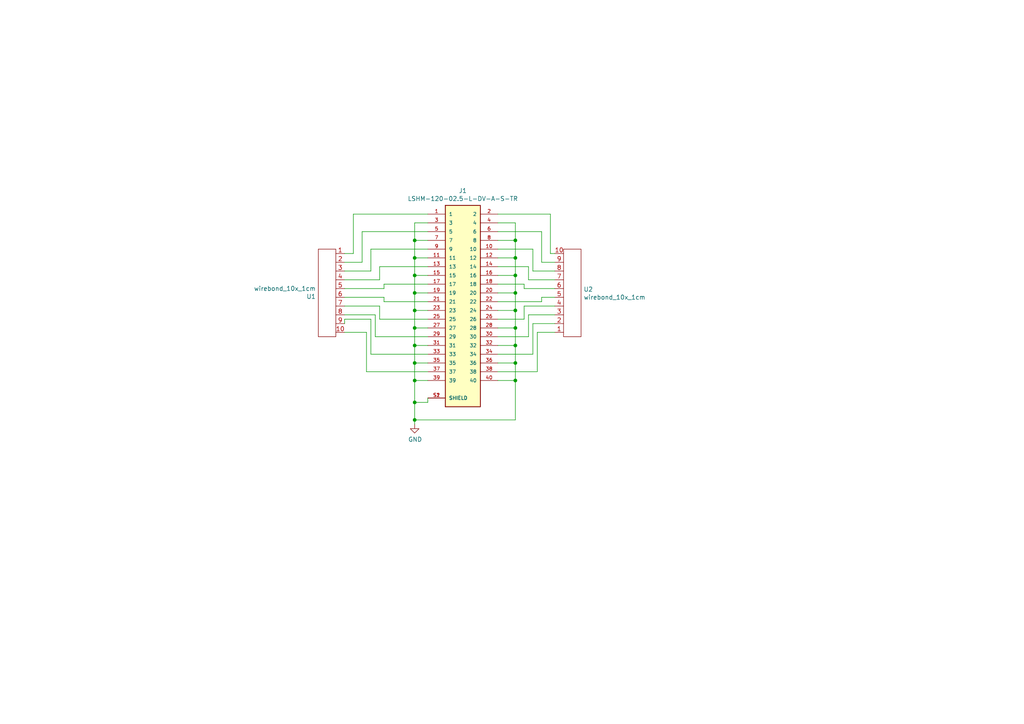
<source format=kicad_sch>
(kicad_sch (version 20230121) (generator eeschema)
  (paper "A4")
  (lib_symbols
    (symbol "Igloo16-rescue:wirebond_10x_1cm-wirebond-Igloo14_top-rescue" (pin_names (offset 1.016))
      (property "Reference" "U" (at 0 13.97 0))
      (property "Value" "wirebond_10x_1cm-wirebond-Igloo14_top-rescue" (at 0 16.51 0))
      (symbol "wirebond_10x_1cm-wirebond-Igloo14_top-rescue_0_1"
        (rectangle (start 2.54 12.7) (end -2.54 -12.7))
      )
      (symbol "wirebond_10x_1cm-wirebond-Igloo14_top-rescue_1_1"
        (pin bidirectional line (at 5.08 11.43 180) (length 2.54) (name "~") (number "1"))
        (pin bidirectional line (at 5.08 -11.43 180) (length 2.54) (name "~") (number "10"))
        (pin bidirectional line (at 5.08 8.89 180) (length 2.54) (name "~") (number "2"))
        (pin bidirectional line (at 5.08 6.35 180) (length 2.54) (name "~") (number "3"))
        (pin bidirectional line (at 5.08 3.81 180) (length 2.54) (name "~") (number "4"))
        (pin bidirectional line (at 5.08 1.27 180) (length 2.54) (name "~") (number "5"))
        (pin bidirectional line (at 5.08 -1.27 180) (length 2.54) (name "~") (number "6"))
        (pin bidirectional line (at 5.08 -3.81 180) (length 2.54) (name "~") (number "7"))
        (pin bidirectional line (at 5.08 -6.35 180) (length 2.54) (name "~") (number "8"))
        (pin bidirectional line (at 5.08 -8.89 180) (length 2.54) (name "~") (number "9"))
      )
    )
    (symbol "lshm:LSHM-120-02.5-L-DV-A-S-TR" (pin_names (offset 1.016))
      (property "Reference" "J" (at -5.08 28.702 0))
      (property "Value" "LSHM-120-02.5-L-DV-A-S-TR" (at -5.08 -33.02 0))
      (symbol "LSHM-120-02.5-L-DV-A-S-TR_0_0"
        (rectangle (start -5.08 -30.48) (end 5.08 27.94) (stroke (width 0.254)) (fill (type background)))
        (pin passive line (at -10.16 25.4 0) (length 5.08) (name "1") (number "1"))
        (pin passive line (at 10.16 15.24 180) (length 5.08) (name "10") (number "10"))
        (pin passive line (at -10.16 12.7 0) (length 5.08) (name "11") (number "11"))
        (pin passive line (at 10.16 12.7 180) (length 5.08) (name "12") (number "12"))
        (pin passive line (at -10.16 10.16 0) (length 5.08) (name "13") (number "13"))
        (pin passive line (at 10.16 10.16 180) (length 5.08) (name "14") (number "14"))
        (pin passive line (at -10.16 7.62 0) (length 5.08) (name "15") (number "15"))
        (pin passive line (at 10.16 7.62 180) (length 5.08) (name "16") (number "16"))
        (pin passive line (at -10.16 5.08 0) (length 5.08) (name "17") (number "17"))
        (pin passive line (at 10.16 5.08 180) (length 5.08) (name "18") (number "18"))
        (pin passive line (at -10.16 2.54 0) (length 5.08) (name "19") (number "19"))
        (pin passive line (at 10.16 25.4 180) (length 5.08) (name "2") (number "2"))
        (pin passive line (at 10.16 2.54 180) (length 5.08) (name "20") (number "20"))
        (pin passive line (at -10.16 0 0) (length 5.08) (name "21") (number "21"))
        (pin passive line (at 10.16 0 180) (length 5.08) (name "22") (number "22"))
        (pin passive line (at -10.16 -2.54 0) (length 5.08) (name "23") (number "23"))
        (pin passive line (at 10.16 -2.54 180) (length 5.08) (name "24") (number "24"))
        (pin passive line (at -10.16 -5.08 0) (length 5.08) (name "25") (number "25"))
        (pin passive line (at 10.16 -5.08 180) (length 5.08) (name "26") (number "26"))
        (pin passive line (at -10.16 -7.62 0) (length 5.08) (name "27") (number "27"))
        (pin passive line (at 10.16 -7.62 180) (length 5.08) (name "28") (number "28"))
        (pin passive line (at -10.16 -10.16 0) (length 5.08) (name "29") (number "29"))
        (pin passive line (at -10.16 22.86 0) (length 5.08) (name "3") (number "3"))
        (pin passive line (at 10.16 -10.16 180) (length 5.08) (name "30") (number "30"))
        (pin passive line (at -10.16 -12.7 0) (length 5.08) (name "31") (number "31"))
        (pin passive line (at 10.16 -12.7 180) (length 5.08) (name "32") (number "32"))
        (pin passive line (at -10.16 -15.24 0) (length 5.08) (name "33") (number "33"))
        (pin passive line (at 10.16 -15.24 180) (length 5.08) (name "34") (number "34"))
        (pin passive line (at -10.16 -17.78 0) (length 5.08) (name "35") (number "35"))
        (pin passive line (at 10.16 -17.78 180) (length 5.08) (name "36") (number "36"))
        (pin passive line (at -10.16 -20.32 0) (length 5.08) (name "37") (number "37"))
        (pin passive line (at 10.16 -20.32 180) (length 5.08) (name "38") (number "38"))
        (pin passive line (at -10.16 -22.86 0) (length 5.08) (name "39") (number "39"))
        (pin passive line (at 10.16 22.86 180) (length 5.08) (name "4") (number "4"))
        (pin passive line (at 10.16 -22.86 180) (length 5.08) (name "40") (number "40"))
        (pin passive line (at -10.16 20.32 0) (length 5.08) (name "5") (number "5"))
        (pin passive line (at 10.16 20.32 180) (length 5.08) (name "6") (number "6"))
        (pin passive line (at -10.16 17.78 0) (length 5.08) (name "7") (number "7"))
        (pin passive line (at 10.16 17.78 180) (length 5.08) (name "8") (number "8"))
        (pin passive line (at -10.16 15.24 0) (length 5.08) (name "9") (number "9"))
        (pin passive line (at -10.16 -27.94 0) (length 5.08) (name "SHIELD") (number "S1"))
        (pin passive line (at -10.16 -27.94 0) (length 5.08) (name "SHIELD") (number "S2"))
      )
    )
    (symbol "power:GND" (power) (pin_names (offset 0))
      (property "Value" "GND" (at 0 -3.81 0))
      (symbol "GND_0_1"
        (polyline (pts (xy 0 0) (xy 0 -1.27) (xy 1.27 -1.27) (xy 0 -2.54) (xy -1.27 -1.27) (xy 0 -1.27)))
      )
      (symbol "GND_1_1"
        (pin power_in line (at 0 0 270) (length 0) hide (name "GND") (number "1"))
      )
    )
  )
  (junction (at 120.269 110.363))
  (junction (at 149.479 110.363))
  (junction (at 149.479 74.803))
  (junction (at 120.269 116.713))
  (junction (at 149.479 105.283))
  (junction (at 120.269 69.723))
  (junction (at 120.269 90.043))
  (junction (at 120.269 105.283))
  (junction (at 120.269 121.793))
  (junction (at 120.269 100.203))
  (junction (at 149.479 84.963))
  (junction (at 149.479 69.723))
  (junction (at 149.479 90.043))
  (junction (at 120.269 95.123))
  (junction (at 120.269 74.803))
  (junction (at 120.269 84.963))
  (junction (at 149.479 100.203))
  (junction (at 149.479 95.123))
  (junction (at 149.479 79.883))
  (junction (at 120.269 79.883))
  (wire (pts (xy 144.399 84.963) (xy 149.479 84.963)))
  (wire (pts (xy 124.079 87.503) (xy 111.379 87.503)))
  (wire (pts (xy 124.079 79.883) (xy 120.269 79.883)))
  (wire (pts (xy 124.079 102.743) (xy 107.569 102.743)))
  (wire (pts (xy 120.269 74.803) (xy 120.269 79.883)))
  (wire (pts (xy 111.379 87.503) (xy 111.379 86.233)))
  (wire (pts (xy 149.479 64.643) (xy 149.479 69.723)))
  (wire (pts (xy 157.099 76.073) (xy 160.909 76.073)))
  (wire (pts (xy 120.269 110.363) (xy 120.269 116.713)))
  (wire (pts (xy 144.399 90.043) (xy 149.479 90.043)))
  (wire (pts (xy 124.079 95.123) (xy 120.269 95.123)))
  (wire (pts (xy 107.569 72.263) (xy 107.569 78.613)))
  (wire (pts (xy 124.079 115.443) (xy 124.079 116.713)))
  (wire (pts (xy 107.569 102.743) (xy 107.569 92.583)))
  (wire (pts (xy 120.269 95.123) (xy 120.269 100.203)))
  (wire (pts (xy 120.269 90.043) (xy 120.269 95.123)))
  (wire (pts (xy 120.269 64.643) (xy 120.269 69.723)))
  (wire (pts (xy 160.909 83.693) (xy 152.019 83.693)))
  (wire (pts (xy 111.379 82.423) (xy 124.079 82.423)))
  (wire (pts (xy 120.269 121.793) (xy 149.479 121.793)))
  (wire (pts (xy 152.019 82.423) (xy 144.399 82.423)))
  (wire (pts (xy 107.569 78.613) (xy 99.949 78.613)))
  (wire (pts (xy 153.289 91.313) (xy 160.909 91.313)))
  (wire (pts (xy 153.289 91.313) (xy 153.289 97.663)))
  (wire (pts (xy 108.839 97.663) (xy 108.839 91.313)))
  (wire (pts (xy 149.479 100.203) (xy 149.479 105.283)))
  (wire (pts (xy 144.399 72.263) (xy 154.559 72.263)))
  (wire (pts (xy 124.079 62.103) (xy 102.489 62.103)))
  (wire (pts (xy 124.079 116.713) (xy 120.269 116.713)))
  (wire (pts (xy 105.029 76.073) (xy 99.949 76.073)))
  (wire (pts (xy 154.559 72.263) (xy 154.559 78.613)))
  (wire (pts (xy 124.079 105.283) (xy 120.269 105.283)))
  (wire (pts (xy 149.479 110.363) (xy 144.399 110.363)))
  (wire (pts (xy 120.269 116.713) (xy 120.269 121.793)))
  (wire (pts (xy 144.399 69.723) (xy 149.479 69.723)))
  (wire (pts (xy 157.099 86.233) (xy 160.909 86.233)))
  (wire (pts (xy 111.379 82.423) (xy 111.379 83.693)))
  (wire (pts (xy 149.479 84.963) (xy 149.479 90.043)))
  (wire (pts (xy 144.399 105.283) (xy 149.479 105.283)))
  (wire (pts (xy 149.479 74.803) (xy 149.479 79.883)))
  (wire (pts (xy 124.079 84.963) (xy 120.269 84.963)))
  (wire (pts (xy 110.109 77.343) (xy 110.109 81.153)))
  (wire (pts (xy 152.019 88.773) (xy 152.019 92.583)))
  (wire (pts (xy 110.109 88.773) (xy 99.949 88.773)))
  (wire (pts (xy 154.559 78.613) (xy 160.909 78.613)))
  (wire (pts (xy 99.949 96.393) (xy 106.299 96.393)))
  (wire (pts (xy 144.399 102.743) (xy 154.559 102.743)))
  (wire (pts (xy 124.079 90.043) (xy 120.269 90.043)))
  (wire (pts (xy 120.269 84.963) (xy 120.269 90.043)))
  (wire (pts (xy 124.079 100.203) (xy 120.269 100.203)))
  (wire (pts (xy 149.479 95.123) (xy 149.479 100.203)))
  (wire (pts (xy 111.379 83.693) (xy 99.949 83.693)))
  (wire (pts (xy 144.399 64.643) (xy 149.479 64.643)))
  (wire (pts (xy 154.559 102.743) (xy 154.559 93.853)))
  (wire (pts (xy 152.019 83.693) (xy 152.019 82.423)))
  (wire (pts (xy 111.379 86.233) (xy 99.949 86.233)))
  (wire (pts (xy 124.079 64.643) (xy 120.269 64.643)))
  (wire (pts (xy 99.949 92.583) (xy 99.949 93.853)))
  (wire (pts (xy 124.079 110.363) (xy 120.269 110.363)))
  (wire (pts (xy 157.099 67.183) (xy 157.099 76.073)))
  (wire (pts (xy 149.479 69.723) (xy 149.479 74.803)))
  (wire (pts (xy 124.079 69.723) (xy 120.269 69.723)))
  (wire (pts (xy 144.399 79.883) (xy 149.479 79.883)))
  (wire (pts (xy 124.079 67.183) (xy 105.029 67.183)))
  (wire (pts (xy 124.079 72.263) (xy 107.569 72.263)))
  (wire (pts (xy 120.269 69.723) (xy 120.269 74.803)))
  (wire (pts (xy 144.399 67.183) (xy 157.099 67.183)))
  (wire (pts (xy 124.079 74.803) (xy 120.269 74.803)))
  (wire (pts (xy 120.269 100.203) (xy 120.269 105.283)))
  (wire (pts (xy 153.289 81.153) (xy 160.909 81.153)))
  (wire (pts (xy 120.269 79.883) (xy 120.269 84.963)))
  (wire (pts (xy 105.029 67.183) (xy 105.029 76.073)))
  (wire (pts (xy 110.109 92.583) (xy 110.109 88.773)))
  (wire (pts (xy 108.839 91.313) (xy 99.949 91.313)))
  (wire (pts (xy 106.299 107.823) (xy 124.079 107.823)))
  (wire (pts (xy 144.399 95.123) (xy 149.479 95.123)))
  (wire (pts (xy 102.489 62.103) (xy 102.489 73.533)))
  (wire (pts (xy 124.079 97.663) (xy 108.839 97.663)))
  (wire (pts (xy 149.479 105.283) (xy 149.479 110.363)))
  (wire (pts (xy 120.269 105.283) (xy 120.269 110.363)))
  (wire (pts (xy 157.099 87.503) (xy 157.099 86.233)))
  (wire (pts (xy 149.479 79.883) (xy 149.479 84.963)))
  (wire (pts (xy 107.569 92.583) (xy 99.949 92.583)))
  (wire (pts (xy 102.489 73.533) (xy 99.949 73.533)))
  (wire (pts (xy 149.479 90.043) (xy 149.479 95.123)))
  (wire (pts (xy 153.289 97.663) (xy 144.399 97.663)))
  (wire (pts (xy 160.909 96.393) (xy 155.829 96.393)))
  (wire (pts (xy 144.399 87.503) (xy 157.099 87.503)))
  (wire (pts (xy 120.269 121.793) (xy 120.269 123.063)))
  (wire (pts (xy 155.829 107.823) (xy 144.399 107.823)))
  (wire (pts (xy 144.399 62.103) (xy 159.639 62.103)))
  (wire (pts (xy 152.019 92.583) (xy 144.399 92.583)))
  (wire (pts (xy 159.639 62.103) (xy 159.639 73.533)))
  (wire (pts (xy 124.079 92.583) (xy 110.109 92.583)))
  (wire (pts (xy 149.479 121.793) (xy 149.479 110.363)))
  (wire (pts (xy 144.399 100.203) (xy 149.479 100.203)))
  (wire (pts (xy 144.399 74.803) (xy 149.479 74.803)))
  (wire (pts (xy 154.559 93.853) (xy 160.909 93.853)))
  (wire (pts (xy 159.639 73.533) (xy 160.909 73.533)))
  (wire (pts (xy 155.829 96.393) (xy 155.829 107.823)))
  (wire (pts (xy 144.399 77.343) (xy 153.289 77.343)))
  (wire (pts (xy 153.289 77.343) (xy 153.289 81.153)))
  (wire (pts (xy 124.079 77.343) (xy 110.109 77.343)))
  (wire (pts (xy 110.109 81.153) (xy 99.949 81.153)))
  (wire (pts (xy 160.909 88.773) (xy 152.019 88.773)))
  (wire (pts (xy 106.299 96.393) (xy 106.299 107.823)))
  (symbol (lib_id "lshm:LSHM-120-02.5-L-DV-A-S-TR") (at 134.239 87.503 0) (unit 1)
    (property "Reference" "J1" (at 134.239 55.3212 0))
    (property "Value" "LSHM-120-02.5-L-DV-A-S-TR" (at 134.239 57.6326 0))
    (property "Footprint" "lib_footprints:SAMTEC_LSHM-120-02.5-L-DV-A-S-TR" (effects hide))
    (property "STANDARD" "Manufacturer Recommendations" (effects hide))
    (property "MANUFACTURER" "SAMTEC" (effects hide))
  )
  (symbol (lib_id "Igloo16-rescue:wirebond_10x_1cm-wirebond-Igloo14_top-rescue") (at 94.869 84.963 0) (unit 1)
    (property "Reference" "U1" (at 91.6178 86.0044 0) (effects (justify right)))
    (property "Value" "wirebond_10x_1cm" (at 91.6178 83.693 0) (effects (justify right)))
    (property "Footprint" "lib_footprints:wirebond_10x_1cm" (effects hide))
  )
  (symbol (lib_id "Igloo16-rescue:wirebond_10x_1cm-wirebond-Igloo14_top-rescue") (at 165.989 84.963 180) (unit 1)
    (property "Reference" "U2" (at 169.2402 83.9216 0) (effects (justify right)))
    (property "Value" "wirebond_10x_1cm" (at 169.2402 86.233 0) (effects (justify right)))
    (property "Footprint" "lib_footprints:wirebond_10x_1cm" (effects hide))
  )
  (symbol (lib_id "power:GND") (at 120.269 123.063 0) (unit 1)
    (property "Reference" "#PWR01" (effects hide))
    (property "Value" "GND" (at 120.396 127.4572 0))
  )
)
</source>
